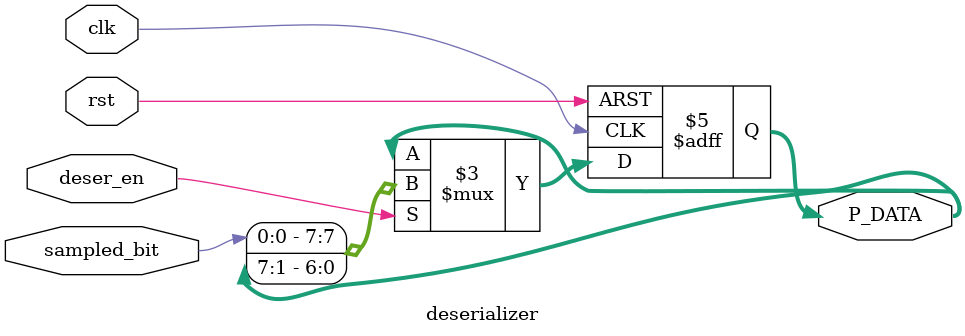
<source format=v>
module deserializer
(
	input wire 		 clk,
	input wire 		 rst,
	input wire 		 sampled_bit,
	input wire 		 deser_en,
	output reg [7:0] P_DATA
);

	always @(posedge clk or negedge rst) begin
		if (~rst) begin
			P_DATA <= 8'b0;
		end
		else if (deser_en) begin
			P_DATA <= {sampled_bit, P_DATA[7:1]};
		end
	end

endmodule
</source>
